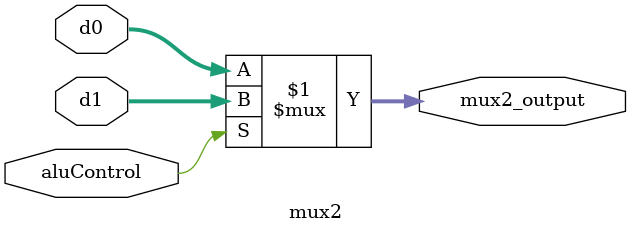
<source format=sv>
`timescale 1ns / 1ps


module mux2(input logic [7:0] d0, d1, input logic aluControl, output logic [7:0] mux2_output);

    assign mux2_output = aluControl ? d1 : d0;
    
endmodule

</source>
